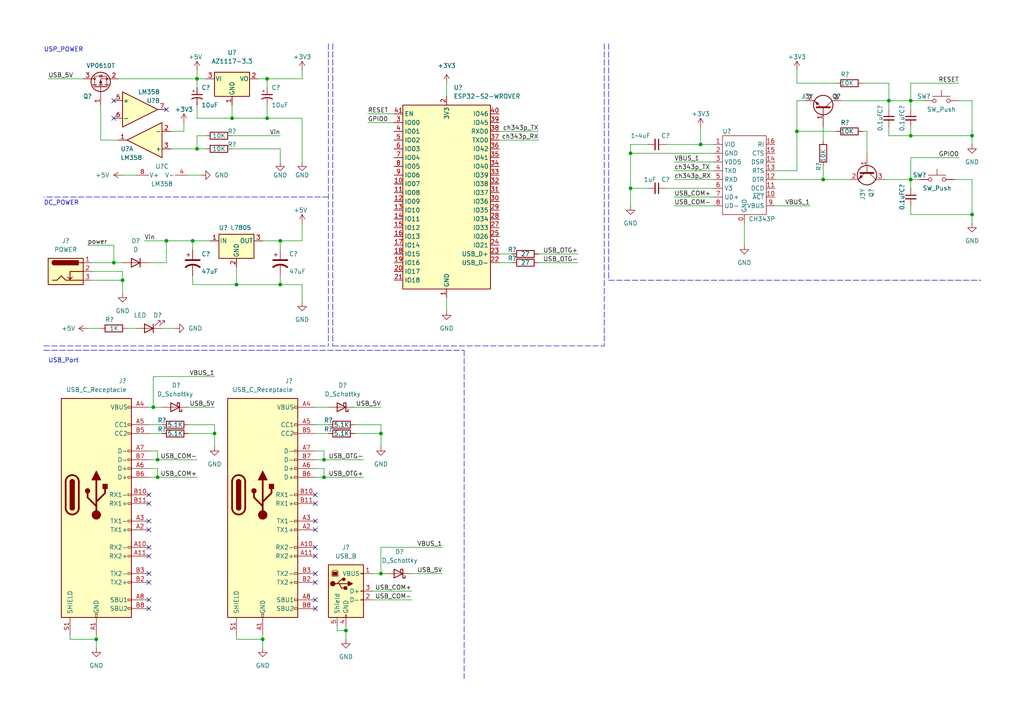
<source format=kicad_sch>
(kicad_sch (version 20211123) (generator eeschema)
  (paper "A4")
  (lib_symbols
    (symbol "Amplifier_Operational:LM358" (pin_names (offset 0.127))
      (property "Reference" "U" (at 0 5.08 0))
      (property "Value" "LM358" (at 0 -5.08 0))
      (symbol "LM358_1_1"
        (polyline (pts (xy -5.08 5.08) (xy 5.08 0) (xy -5.08 -5.08) (xy -5.08 5.08)) (stroke (width 0.254)) (fill (type background)))
        (pin output line (at 7.62 0 180) (length 2.54) (name "~") (number "1"))
        (pin input line (at -7.62 -2.54 0) (length 2.54) (name "-") (number "2"))
        (pin input line (at -7.62 2.54 0) (length 2.54) (name "+") (number "3"))
      )
      (symbol "LM358_2_1"
        (polyline (pts (xy -5.08 5.08) (xy 5.08 0) (xy -5.08 -5.08) (xy -5.08 5.08)) (stroke (width 0.254)) (fill (type background)))
        (pin input line (at -7.62 2.54 0) (length 2.54) (name "+") (number "5"))
        (pin input line (at -7.62 -2.54 0) (length 2.54) (name "-") (number "6"))
        (pin output line (at 7.62 0 180) (length 2.54) (name "~") (number "7"))
      )
      (symbol "LM358_3_1"
        (pin power_in line (at -2.54 -7.62 90) (length 3.81) (name "V-") (number "4"))
        (pin power_in line (at -2.54 7.62 270) (length 3.81) (name "V+") (number "8"))
      )
    )
    (symbol "CH343P_1"
      (property "Reference" "U" (at -5.08 12.7 0))
      (property "Value" "CH343P_1" (at 5.08 -12.7 0))
      (symbol "CH343P_1_0_1"
        (rectangle (start -6.35 11.43) (end 6.35 -11.43))
      )
      (symbol "CH343P_1_1_1"
        (pin input line (at 0 -13.97 90) (length 2.54) (name "GND") (number "0"))
        (pin input line (at -8.89 8.89 0) (length 2.54) (name "VIO") (number "1"))
        (pin input line (at 8.89 -6.35 180) (length 2.54) (name "~{ACT}") (number "10"))
        (pin input line (at 8.89 -3.81 180) (length 2.54) (name "DCD") (number "11"))
        (pin input line (at 8.89 -1.27 180) (length 2.54) (name "DTR") (number "12"))
        (pin input line (at 8.89 1.27 180) (length 2.54) (name "RTS") (number "13"))
        (pin input line (at 8.89 3.81 180) (length 2.54) (name "DSR") (number "14"))
        (pin input line (at 8.89 6.35 180) (length 2.54) (name "CTS") (number "15"))
        (pin input line (at 8.89 8.89 180) (length 2.54) (name "RI") (number "16"))
        (pin input line (at -8.89 6.35 0) (length 2.54) (name "GND") (number "2"))
        (pin input line (at -8.89 3.81 0) (length 2.54) (name "VDD5") (number "3"))
        (pin input line (at -8.89 1.27 0) (length 2.54) (name "TXD") (number "4"))
        (pin input line (at -8.89 -1.27 0) (length 2.54) (name "RXD") (number "5"))
        (pin input line (at -8.89 -3.81 0) (length 2.54) (name "V3") (number "6"))
        (pin input line (at -8.89 -6.35 0) (length 2.54) (name "UD+") (number "7"))
        (pin input line (at -8.89 -8.89 0) (length 2.54) (name "UD-") (number "8"))
        (pin input line (at 8.89 -8.89 180) (length 2.54) (name "VBUS") (number "9"))
      )
    )
    (symbol "Connector:Barrel_Jack_Switch_Pin3Ring" (pin_names hide)
      (property "Reference" "J" (at 0 5.334 0))
      (property "Value" "Barrel_Jack_Switch_Pin3Ring" (at 0 -5.08 0))
      (symbol "Barrel_Jack_Switch_Pin3Ring_0_1"
        (rectangle (start -5.08 3.81) (end 5.08 -3.81) (stroke (width 0.254)) (fill (type background)))
        (arc (start -3.302 3.175) (mid -3.937 2.54) (end -3.302 1.905) (stroke (width 0.254)))
        (arc (start -3.302 3.175) (mid -3.937 2.54) (end -3.302 1.905) (stroke (width 0.254)) (fill (type outline)))
        (polyline (pts (xy 1.27 -2.286) (xy 1.905 -1.651)) (stroke (width 0.254)))
        (polyline (pts (xy 5.08 2.54) (xy 3.81 2.54)) (stroke (width 0.254)))
        (polyline (pts (xy 5.08 0) (xy 1.27 0) (xy 1.27 -2.286) (xy 0.635 -1.651)) (stroke (width 0.254)))
        (polyline (pts (xy -3.81 -2.54) (xy -2.54 -2.54) (xy -1.27 -1.27) (xy 0 -2.54) (xy 2.54 -2.54) (xy 5.08 -2.54)) (stroke (width 0.254)))
        (rectangle (start 3.683 3.175) (end -3.302 1.905) (stroke (width 0.254)) (fill (type outline)))
      )
      (symbol "Barrel_Jack_Switch_Pin3Ring_1_1"
        (pin passive line (at 7.62 2.54 180) (length 2.54) (name "~") (number "1"))
        (pin passive line (at 7.62 0 180) (length 2.54) (name "~") (number "2"))
        (pin passive line (at 7.62 -2.54 180) (length 2.54) (name "~") (number "3"))
      )
    )
    (symbol "Connector:USB_B" (pin_names (offset 1.016))
      (property "Reference" "J" (at -5.08 11.43 0))
      (property "Value" "USB_B" (at -5.08 8.89 0))
      (symbol "USB_B_0_1"
        (rectangle (start -5.08 -7.62) (end 5.08 7.62) (stroke (width 0.254)) (fill (type background)))
        (circle (center -3.81 2.159) (radius 0.635) (stroke (width 0.254)) (fill (type outline)))
        (rectangle (start -3.81 5.588) (end -2.54 4.572) (fill (type outline)))
        (circle (center -0.635 3.429) (radius 0.381) (stroke (width 0.254)) (fill (type outline)))
        (rectangle (start -0.127 -7.62) (end 0.127 -6.858))
        (polyline (pts (xy -1.905 2.159) (xy 0.635 2.159)) (stroke (width 0.254)))
        (polyline (pts (xy -3.175 2.159) (xy -2.54 2.159) (xy -1.27 3.429) (xy -0.635 3.429)) (stroke (width 0.254)))
        (polyline (pts (xy -2.54 2.159) (xy -1.905 2.159) (xy -1.27 0.889) (xy 0 0.889)) (stroke (width 0.254)))
        (polyline (pts (xy 0.635 2.794) (xy 0.635 1.524) (xy 1.905 2.159) (xy 0.635 2.794)) (stroke (width 0.254)) (fill (type outline)))
        (polyline (pts (xy -4.064 4.318) (xy -2.286 4.318) (xy -2.286 5.715) (xy -2.667 6.096) (xy -3.683 6.096) (xy -4.064 5.715) (xy -4.064 4.318)))
        (rectangle (start 0.254 1.27) (end -0.508 0.508) (stroke (width 0.254)) (fill (type outline)))
        (rectangle (start 5.08 -2.667) (end 4.318 -2.413))
        (rectangle (start 5.08 -0.127) (end 4.318 0.127))
        (rectangle (start 5.08 4.953) (end 4.318 5.207))
      )
      (symbol "USB_B_1_1"
        (pin power_out line (at 7.62 5.08 180) (length 2.54) (name "VBUS") (number "1"))
        (pin bidirectional line (at 7.62 -2.54 180) (length 2.54) (name "D-") (number "2"))
        (pin bidirectional line (at 7.62 0 180) (length 2.54) (name "D+") (number "3"))
        (pin power_out line (at 0 -10.16 90) (length 2.54) (name "GND") (number "4"))
        (pin passive line (at -2.54 -10.16 90) (length 2.54) (name "Shield") (number "5"))
      )
    )
    (symbol "Connector:USB_C_Receptacle" (pin_names (offset 1.016))
      (property "Reference" "J" (at -10.16 29.21 0))
      (property "Value" "USB_C_Receptacle" (at 10.16 29.21 0))
      (symbol "USB_C_Receptacle_0_0"
        (rectangle (start -0.254 -35.56) (end 0.254 -34.544))
        (rectangle (start 10.16 -32.766) (end 9.144 -33.274))
        (rectangle (start 10.16 -30.226) (end 9.144 -30.734))
        (rectangle (start 10.16 -25.146) (end 9.144 -25.654))
        (rectangle (start 10.16 -22.606) (end 9.144 -23.114))
        (rectangle (start 10.16 -17.526) (end 9.144 -18.034))
        (rectangle (start 10.16 -14.986) (end 9.144 -15.494))
        (rectangle (start 10.16 -9.906) (end 9.144 -10.414))
        (rectangle (start 10.16 -7.366) (end 9.144 -7.874))
        (rectangle (start 10.16 -2.286) (end 9.144 -2.794))
        (rectangle (start 10.16 0.254) (end 9.144 -0.254))
        (rectangle (start 10.16 5.334) (end 9.144 4.826))
        (rectangle (start 10.16 7.874) (end 9.144 7.366))
        (rectangle (start 10.16 10.414) (end 9.144 9.906))
        (rectangle (start 10.16 12.954) (end 9.144 12.446))
        (rectangle (start 10.16 18.034) (end 9.144 17.526))
        (rectangle (start 10.16 20.574) (end 9.144 20.066))
        (rectangle (start 10.16 25.654) (end 9.144 25.146))
      )
      (symbol "USB_C_Receptacle_0_1"
        (rectangle (start -10.16 27.94) (end 10.16 -35.56) (stroke (width 0.254)) (fill (type background)))
        (arc (start -8.89 -3.81) (mid -6.985 -5.715) (end -5.08 -3.81) (stroke (width 0.508)))
        (arc (start -7.62 -3.81) (mid -6.985 -4.445) (end -6.35 -3.81) (stroke (width 0.254)))
        (arc (start -7.62 -3.81) (mid -6.985 -4.445) (end -6.35 -3.81) (stroke (width 0.254)) (fill (type outline)))
        (rectangle (start -7.62 -3.81) (end -6.35 3.81) (stroke (width 0.254)) (fill (type outline)))
        (arc (start -6.35 3.81) (mid -6.985 4.445) (end -7.62 3.81) (stroke (width 0.254)))
        (arc (start -6.35 3.81) (mid -6.985 4.445) (end -7.62 3.81) (stroke (width 0.254)) (fill (type outline)))
        (arc (start -5.08 3.81) (mid -6.985 5.715) (end -8.89 3.81) (stroke (width 0.508)))
        (polyline (pts (xy -8.89 -3.81) (xy -8.89 3.81)) (stroke (width 0.508)))
        (polyline (pts (xy -5.08 3.81) (xy -5.08 -3.81)) (stroke (width 0.508)))
      )
      (symbol "USB_C_Receptacle_1_1"
        (circle (center -2.54 1.143) (radius 0.635) (stroke (width 0.254)) (fill (type outline)))
        (circle (center 0 -5.842) (radius 1.27) (fill (type outline)))
        (polyline (pts (xy 0 -5.842) (xy 0 4.318)) (stroke (width 0.508)))
        (polyline (pts (xy 0 -3.302) (xy -2.54 -0.762) (xy -2.54 0.508)) (stroke (width 0.508)))
        (polyline (pts (xy 0 -2.032) (xy 2.54 0.508) (xy 2.54 1.778)) (stroke (width 0.508)))
        (polyline (pts (xy -1.27 4.318) (xy 0 6.858) (xy 1.27 4.318) (xy -1.27 4.318)) (stroke (width 0.254)) (fill (type outline)))
        (rectangle (start 1.905 1.778) (end 3.175 3.048) (stroke (width 0.254)) (fill (type outline)))
        (pin passive line (at 0 -40.64 90) (length 5.08) (name "GND") (number "A1"))
        (pin bidirectional line (at 15.24 -15.24 180) (length 5.08) (name "RX2-") (number "A10"))
        (pin bidirectional line (at 15.24 -17.78 180) (length 5.08) (name "RX2+") (number "A11"))
        (pin passive line (at 0 -40.64 90) (length 5.08) hide (name "GND") (number "A12"))
        (pin bidirectional line (at 15.24 -10.16 180) (length 5.08) (name "TX1+") (number "A2"))
        (pin bidirectional line (at 15.24 -7.62 180) (length 5.08) (name "TX1-") (number "A3"))
        (pin passive line (at 15.24 25.4 180) (length 5.08) (name "VBUS") (number "A4"))
        (pin bidirectional line (at 15.24 20.32 180) (length 5.08) (name "CC1") (number "A5"))
        (pin bidirectional line (at 15.24 7.62 180) (length 5.08) (name "D+") (number "A6"))
        (pin bidirectional line (at 15.24 12.7 180) (length 5.08) (name "D-") (number "A7"))
        (pin bidirectional line (at 15.24 -30.48 180) (length 5.08) (name "SBU1") (number "A8"))
        (pin passive line (at 15.24 25.4 180) (length 5.08) hide (name "VBUS") (number "A9"))
        (pin passive line (at 0 -40.64 90) (length 5.08) hide (name "GND") (number "B1"))
        (pin bidirectional line (at 15.24 0 180) (length 5.08) (name "RX1-") (number "B10"))
        (pin bidirectional line (at 15.24 -2.54 180) (length 5.08) (name "RX1+") (number "B11"))
        (pin passive line (at 0 -40.64 90) (length 5.08) hide (name "GND") (number "B12"))
        (pin bidirectional line (at 15.24 -25.4 180) (length 5.08) (name "TX2+") (number "B2"))
        (pin bidirectional line (at 15.24 -22.86 180) (length 5.08) (name "TX2-") (number "B3"))
        (pin passive line (at 15.24 25.4 180) (length 5.08) hide (name "VBUS") (number "B4"))
        (pin bidirectional line (at 15.24 17.78 180) (length 5.08) (name "CC2") (number "B5"))
        (pin bidirectional line (at 15.24 5.08 180) (length 5.08) (name "D+") (number "B6"))
        (pin bidirectional line (at 15.24 10.16 180) (length 5.08) (name "D-") (number "B7"))
        (pin bidirectional line (at 15.24 -33.02 180) (length 5.08) (name "SBU2") (number "B8"))
        (pin passive line (at 15.24 25.4 180) (length 5.08) hide (name "VBUS") (number "B9"))
        (pin passive line (at -7.62 -40.64 90) (length 5.08) (name "SHIELD") (number "S1"))
      )
    )
    (symbol "Device:C_Polarized_Small_US" (pin_numbers hide) (pin_names (offset 0.254) hide)
      (property "Reference" "C" (at 0.254 1.778 0))
      (property "Value" "C_Polarized_Small_US" (at 0.254 -2.032 0))
      (symbol "C_Polarized_Small_US_0_1"
        (polyline (pts (xy -1.524 0.508) (xy 1.524 0.508)) (stroke (width 0.3048)))
        (polyline (pts (xy -1.27 1.524) (xy -0.762 1.524)))
        (polyline (pts (xy -1.016 1.27) (xy -1.016 1.778)))
        (arc (start 1.524 -0.762) (mid 0 -0.3734) (end -1.524 -0.762) (stroke (width 0.3048)))
      )
      (symbol "C_Polarized_Small_US_1_1"
        (pin passive line (at 0 2.54 270) (length 2.032) (name "~") (number "1"))
        (pin passive line (at 0 -2.54 90) (length 2.032) (name "~") (number "2"))
      )
    )
    (symbol "Device:C_Polarized_US" (pin_numbers hide) (pin_names (offset 0.254) hide)
      (property "Reference" "C" (at 0.635 2.54 0))
      (property "Value" "C_Polarized_US" (at 0.635 -2.54 0))
      (symbol "C_Polarized_US_0_1"
        (polyline (pts (xy -2.032 0.762) (xy 2.032 0.762)) (stroke (width 0.508)))
        (polyline (pts (xy -1.778 2.286) (xy -0.762 2.286)))
        (polyline (pts (xy -1.27 1.778) (xy -1.27 2.794)))
        (arc (start 2.032 -1.27) (mid 0 -0.5572) (end -2.032 -1.27) (stroke (width 0.508)))
      )
      (symbol "C_Polarized_US_1_1"
        (pin passive line (at 0 3.81 270) (length 2.794) (name "~") (number "1"))
        (pin passive line (at 0 -3.81 90) (length 3.302) (name "~") (number "2"))
      )
    )
    (symbol "Device:C_Small" (pin_numbers hide) (pin_names (offset 0.254) hide)
      (property "Reference" "C" (at 0.254 1.778 0))
      (property "Value" "C_Small" (at 0.254 -2.032 0))
      (symbol "C_Small_0_1"
        (polyline (pts (xy -1.524 -0.508) (xy 1.524 -0.508)) (stroke (width 0.3302)))
        (polyline (pts (xy -1.524 0.508) (xy 1.524 0.508)) (stroke (width 0.3048)))
      )
      (symbol "C_Small_1_1"
        (pin passive line (at 0 2.54 270) (length 2.032) (name "~") (number "1"))
        (pin passive line (at 0 -2.54 90) (length 2.032) (name "~") (number "2"))
      )
    )
    (symbol "Device:D" (pin_numbers hide) (pin_names (offset 1.016) hide)
      (property "Reference" "D" (at 0 2.54 0))
      (property "Value" "D" (at 0 -2.54 0))
      (symbol "D_0_1"
        (polyline (pts (xy -1.27 1.27) (xy -1.27 -1.27)) (stroke (width 0.254)))
        (polyline (pts (xy 1.27 0) (xy -1.27 0)))
        (polyline (pts (xy 1.27 1.27) (xy 1.27 -1.27) (xy -1.27 0) (xy 1.27 1.27)) (stroke (width 0.254)))
      )
      (symbol "D_1_1"
        (pin passive line (at -3.81 0 0) (length 2.54) (name "K") (number "1"))
        (pin passive line (at 3.81 0 180) (length 2.54) (name "A") (number "2"))
      )
    )
    (symbol "Device:D_Schottky" (pin_numbers hide) (pin_names (offset 1.016) hide)
      (property "Reference" "D" (at 0 2.54 0))
      (property "Value" "D_Schottky" (at 0 -2.54 0))
      (symbol "D_Schottky_0_1"
        (polyline (pts (xy 1.27 0) (xy -1.27 0)))
        (polyline (pts (xy 1.27 1.27) (xy 1.27 -1.27) (xy -1.27 0) (xy 1.27 1.27)) (stroke (width 0.254)))
        (polyline (pts (xy -1.905 0.635) (xy -1.905 1.27) (xy -1.27 1.27) (xy -1.27 -1.27) (xy -0.635 -1.27) (xy -0.635 -0.635)) (stroke (width 0.254)))
      )
      (symbol "D_Schottky_1_1"
        (pin passive line (at -3.81 0 0) (length 2.54) (name "K") (number "1"))
        (pin passive line (at 3.81 0 180) (length 2.54) (name "A") (number "2"))
      )
    )
    (symbol "Device:LED" (pin_numbers hide) (pin_names (offset 1.016) hide)
      (property "Reference" "D" (at 0 2.54 0))
      (property "Value" "LED" (at 0 -2.54 0))
      (symbol "LED_0_1"
        (polyline (pts (xy -1.27 -1.27) (xy -1.27 1.27)) (stroke (width 0.254)))
        (polyline (pts (xy -1.27 0) (xy 1.27 0)))
        (polyline (pts (xy 1.27 -1.27) (xy 1.27 1.27) (xy -1.27 0) (xy 1.27 -1.27)) (stroke (width 0.254)))
        (polyline (pts (xy -3.048 -0.762) (xy -4.572 -2.286) (xy -3.81 -2.286) (xy -4.572 -2.286) (xy -4.572 -1.524)))
        (polyline (pts (xy -1.778 -0.762) (xy -3.302 -2.286) (xy -2.54 -2.286) (xy -3.302 -2.286) (xy -3.302 -1.524)))
      )
      (symbol "LED_1_1"
        (pin passive line (at -3.81 0 0) (length 2.54) (name "K") (number "1"))
        (pin passive line (at 3.81 0 180) (length 2.54) (name "A") (number "2"))
      )
    )
    (symbol "Device:Q_NPN_BEC" (pin_names (offset 0) hide)
      (property "Reference" "Q" (at 5.08 1.27 0))
      (property "Value" "Q_NPN_BEC" (at 5.08 -1.27 0))
      (symbol "Q_NPN_BEC_0_1"
        (polyline (pts (xy 0.635 0.635) (xy 2.54 2.54)))
        (polyline (pts (xy 0.635 -0.635) (xy 2.54 -2.54) (xy 2.54 -2.54)))
        (polyline (pts (xy 0.635 1.905) (xy 0.635 -1.905) (xy 0.635 -1.905)) (stroke (width 0.508)))
        (polyline (pts (xy 1.27 -1.778) (xy 1.778 -1.27) (xy 2.286 -2.286) (xy 1.27 -1.778) (xy 1.27 -1.778)) (fill (type outline)))
        (circle (center 1.27 0) (radius 2.8194) (stroke (width 0.254)))
      )
      (symbol "Q_NPN_BEC_1_1"
        (pin input line (at -5.08 0 0) (length 5.715) (name "B") (number "1"))
        (pin passive line (at 2.54 -5.08 90) (length 2.54) (name "E") (number "2"))
        (pin passive line (at 2.54 5.08 270) (length 2.54) (name "C") (number "3"))
      )
    )
    (symbol "Device:R" (pin_numbers hide) (pin_names (offset 0))
      (property "Reference" "R" (at 2.032 0 90))
      (property "Value" "R" (at 0 0 90))
      (symbol "R_0_1"
        (rectangle (start -1.016 -2.54) (end 1.016 2.54) (stroke (width 0.254)))
      )
      (symbol "R_1_1"
        (pin passive line (at 0 3.81 270) (length 1.27) (name "~") (number "1"))
        (pin passive line (at 0 -3.81 90) (length 1.27) (name "~") (number "2"))
      )
    )
    (symbol "Logic_LevelTranslator:TXB0108DQSR"
      (property "Reference" "U" (at -6.35 16.51 0))
      (property "Value" "TXB0108DQSR" (at 3.81 16.51 0))
      (symbol "TXB0108DQSR_0_1"
        (rectangle (start -7.62 15.24) (end 7.62 -15.24) (stroke (width 0.254)) (fill (type background)))
      )
      (symbol "TXB0108DQSR_1_1"
        (pin bidirectional line (at -10.16 7.62 0) (length 2.54) (name "A1") (number "1"))
        (pin bidirectional line (at -10.16 -10.16 0) (length 2.54) (name "A8") (number "10"))
        (pin bidirectional line (at 10.16 -10.16 180) (length 2.54) (name "B8") (number "11"))
        (pin bidirectional line (at 10.16 -7.62 180) (length 2.54) (name "B7") (number "12"))
        (pin bidirectional line (at 10.16 -5.08 180) (length 2.54) (name "B6") (number "13"))
        (pin bidirectional line (at 10.16 -2.54 180) (length 2.54) (name "B5") (number "14"))
        (pin power_in line (at 0 -17.78 90) (length 2.54) (name "GND") (number "15"))
        (pin power_in line (at 2.54 17.78 270) (length 2.54) (name "VCCB") (number "16"))
        (pin bidirectional line (at 10.16 0 180) (length 2.54) (name "B4") (number "17"))
        (pin bidirectional line (at 10.16 2.54 180) (length 2.54) (name "B3") (number "18"))
        (pin bidirectional line (at 10.16 5.08 180) (length 2.54) (name "B2") (number "19"))
        (pin bidirectional line (at -10.16 5.08 0) (length 2.54) (name "A2") (number "2"))
        (pin bidirectional line (at 10.16 7.62 180) (length 2.54) (name "B1") (number "20"))
        (pin bidirectional line (at -10.16 2.54 0) (length 2.54) (name "A3") (number "3"))
        (pin bidirectional line (at -10.16 0 0) (length 2.54) (name "A4") (number "4"))
        (pin power_in line (at -2.54 17.78 270) (length 2.54) (name "VCCA") (number "5"))
        (pin input line (at -10.16 10.16 0) (length 2.54) (name "OE") (number "6"))
        (pin bidirectional line (at -10.16 -2.54 0) (length 2.54) (name "A5") (number "7"))
        (pin bidirectional line (at -10.16 -5.08 0) (length 2.54) (name "A6") (number "8"))
        (pin bidirectional line (at -10.16 -7.62 0) (length 2.54) (name "A7") (number "9"))
      )
    )
    (symbol "RF_Module:ESP32-S2-WROVER"
      (property "Reference" "U" (at -12.7 29.21 0))
      (property "Value" "ESP32-S2-WROVER" (at 2.54 29.21 0))
      (symbol "ESP32-S2-WROVER_0_1"
        (rectangle (start -12.7 27.94) (end 12.7 -25.4) (stroke (width 0.254)) (fill (type background)))
      )
      (symbol "ESP32-S2-WROVER_1_1"
        (pin power_in line (at 0 -27.94 90) (length 2.54) (name "GND") (number "1"))
        (pin bidirectional line (at -15.24 5.08 0) (length 2.54) (name "IO07") (number "10"))
        (pin bidirectional line (at -15.24 2.54 0) (length 2.54) (name "IO08") (number "11"))
        (pin bidirectional line (at -15.24 0 0) (length 2.54) (name "IO09") (number "12"))
        (pin bidirectional line (at -15.24 -2.54 0) (length 2.54) (name "IO10") (number "13"))
        (pin bidirectional line (at -15.24 -5.08 0) (length 2.54) (name "IO11") (number "14"))
        (pin bidirectional line (at -15.24 -7.62 0) (length 2.54) (name "IO12") (number "15"))
        (pin bidirectional line (at -15.24 -10.16 0) (length 2.54) (name "IO13") (number "16"))
        (pin bidirectional line (at -15.24 -12.7 0) (length 2.54) (name "IO14") (number "17"))
        (pin bidirectional line (at -15.24 -15.24 0) (length 2.54) (name "IO15") (number "18"))
        (pin bidirectional line (at -15.24 -17.78 0) (length 2.54) (name "IO16") (number "19"))
        (pin power_in line (at 0 30.48 270) (length 2.54) (name "3V3") (number "2"))
        (pin bidirectional line (at -15.24 -20.32 0) (length 2.54) (name "IO17") (number "20"))
        (pin bidirectional line (at -15.24 -22.86 0) (length 2.54) (name "IO18") (number "21"))
        (pin bidirectional line (at 15.24 -17.78 180) (length 2.54) (name "USB_D-") (number "22"))
        (pin bidirectional line (at 15.24 -15.24 180) (length 2.54) (name "USB_D+") (number "23"))
        (pin bidirectional line (at 15.24 -12.7 180) (length 2.54) (name "IO21") (number "24"))
        (pin bidirectional line (at 15.24 -10.16 180) (length 2.54) (name "IO26") (number "25"))
        (pin passive line (at 0 -27.94 90) (length 2.54) hide (name "GND") (number "26"))
        (pin bidirectional line (at 15.24 -7.62 180) (length 2.54) (name "IO33") (number "27"))
        (pin bidirectional line (at 15.24 -5.08 180) (length 2.54) (name "IO34") (number "28"))
        (pin bidirectional line (at 15.24 -2.54 180) (length 2.54) (name "IO35") (number "29"))
        (pin bidirectional line (at -15.24 22.86 0) (length 2.54) (name "IO00") (number "3"))
        (pin bidirectional line (at 15.24 0 180) (length 2.54) (name "IO36") (number "30"))
        (pin bidirectional line (at 15.24 2.54 180) (length 2.54) (name "IO37") (number "31"))
        (pin bidirectional line (at 15.24 5.08 180) (length 2.54) (name "IO38") (number "32"))
        (pin bidirectional line (at 15.24 7.62 180) (length 2.54) (name "IO39") (number "33"))
        (pin bidirectional line (at 15.24 10.16 180) (length 2.54) (name "IO40") (number "34"))
        (pin bidirectional line (at 15.24 12.7 180) (length 2.54) (name "IO41") (number "35"))
        (pin bidirectional line (at 15.24 15.24 180) (length 2.54) (name "IO42") (number "36"))
        (pin bidirectional line (at 15.24 17.78 180) (length 2.54) (name "TXD0") (number "37"))
        (pin bidirectional line (at 15.24 20.32 180) (length 2.54) (name "RXD0") (number "38"))
        (pin bidirectional line (at 15.24 22.86 180) (length 2.54) (name "IO45") (number "39"))
        (pin bidirectional line (at -15.24 20.32 0) (length 2.54) (name "IO01") (number "4"))
        (pin input line (at 15.24 25.4 180) (length 2.54) (name "IO46") (number "40"))
        (pin input line (at -15.24 25.4 0) (length 2.54) (name "EN") (number "41"))
        (pin passive line (at 0 -27.94 90) (length 2.54) hide (name "GND") (number "42"))
        (pin passive line (at 0 -27.94 90) (length 2.54) hide (name "GND") (number "43"))
        (pin bidirectional line (at -15.24 17.78 0) (length 2.54) (name "IO02") (number "5"))
        (pin bidirectional line (at -15.24 15.24 0) (length 2.54) (name "IO03") (number "6"))
        (pin bidirectional line (at -15.24 12.7 0) (length 2.54) (name "IO04") (number "7"))
        (pin bidirectional line (at -15.24 10.16 0) (length 2.54) (name "IO05") (number "8"))
        (pin bidirectional line (at -15.24 7.62 0) (length 2.54) (name "IO06") (number "9"))
      )
    )
    (symbol "Regulator_Linear:AZ1117-3.3" (pin_names (offset 0.254))
      (property "Reference" "U" (at -3.81 3.175 0))
      (property "Value" "AZ1117-3.3" (at 0 3.175 0))
      (symbol "AZ1117-3.3_0_1"
        (rectangle (start -5.08 1.905) (end 5.08 -5.08) (stroke (width 0.254)) (fill (type background)))
      )
      (symbol "AZ1117-3.3_1_1"
        (pin power_in line (at 0 -7.62 90) (length 2.54) (name "GND") (number "1"))
        (pin power_out line (at 7.62 0 180) (length 2.54) (name "VO") (number "2"))
        (pin power_in line (at -7.62 0 0) (length 2.54) (name "VI") (number "3"))
      )
    )
    (symbol "Regulator_Linear:L7805" (pin_names (offset 0.254))
      (property "Reference" "U" (at -3.81 3.175 0))
      (property "Value" "L7805" (at 0 3.175 0))
      (symbol "L7805_0_1"
        (rectangle (start -5.08 1.905) (end 5.08 -5.08) (stroke (width 0.254)) (fill (type background)))
      )
      (symbol "L7805_1_1"
        (pin power_in line (at -7.62 0 0) (length 2.54) (name "IN") (number "1"))
        (pin power_in line (at 0 -7.62 90) (length 2.54) (name "GND") (number "2"))
        (pin power_out line (at 7.62 0 180) (length 2.54) (name "OUT") (number "3"))
      )
    )
    (symbol "Switch:SW_Push" (pin_numbers hide) (pin_names (offset 1.016) hide)
      (property "Reference" "SW" (at 1.27 2.54 0))
      (property "Value" "SW_Push" (at 0 -1.524 0))
      (symbol "SW_Push_0_1"
        (circle (center -2.032 0) (radius 0.508))
        (polyline (pts (xy 0 1.27) (xy 0 3.048)))
        (polyline (pts (xy 2.54 1.27) (xy -2.54 1.27)))
        (circle (center 2.032 0) (radius 0.508))
        (pin passive line (at -5.08 0 0) (length 2.54) (name "1") (number "1"))
        (pin passive line (at 5.08 0 180) (length 2.54) (name "2") (number "2"))
      )
    )
    (symbol "Transistor_FET:VP0610T" (pin_names hide)
      (property "Reference" "Q" (at 5.08 1.905 0))
      (property "Value" "VP0610T" (at 5.08 0 0))
      (symbol "VP0610T_0_1"
        (polyline (pts (xy 0.254 0) (xy -2.54 0)))
        (polyline (pts (xy 0.254 1.905) (xy 0.254 -1.905)) (stroke (width 0.254)))
        (polyline (pts (xy 0.762 -1.27) (xy 0.762 -2.286)) (stroke (width 0.254)))
        (polyline (pts (xy 0.762 0.508) (xy 0.762 -0.508)) (stroke (width 0.254)))
        (polyline (pts (xy 0.762 2.286) (xy 0.762 1.27)) (stroke (width 0.254)))
        (polyline (pts (xy 2.54 2.54) (xy 2.54 1.778)))
        (polyline (pts (xy 2.54 -2.54) (xy 2.54 0) (xy 0.762 0)))
        (polyline (pts (xy 0.762 1.778) (xy 3.302 1.778) (xy 3.302 -1.778) (xy 0.762 -1.778)))
        (polyline (pts (xy 2.286 0) (xy 1.27 0.381) (xy 1.27 -0.381) (xy 2.286 0)) (fill (type outline)))
        (polyline (pts (xy 2.794 -0.508) (xy 2.921 -0.381) (xy 3.683 -0.381) (xy 3.81 -0.254)))
        (polyline (pts (xy 3.302 -0.381) (xy 2.921 0.254) (xy 3.683 0.254) (xy 3.302 -0.381)))
        (circle (center 1.651 0) (radius 2.794) (stroke (width 0.254)))
        (circle (center 2.54 -1.778) (radius 0.254) (fill (type outline)))
        (circle (center 2.54 1.778) (radius 0.254) (fill (type outline)))
      )
      (symbol "VP0610T_1_1"
        (pin input line (at -5.08 0 0) (length 2.54) (name "G") (number "1"))
        (pin passive line (at 2.54 -5.08 90) (length 2.54) (name "S") (number "2"))
        (pin passive line (at 2.54 5.08 270) (length 2.54) (name "D") (number "3"))
      )
    )
    (symbol "power:+3.3V" (power) (pin_names (offset 0))
      (property "Value" "+3.3V" (at 0 3.556 0))
      (symbol "+3.3V_0_1"
        (polyline (pts (xy -0.762 1.27) (xy 0 2.54)))
        (polyline (pts (xy 0 0) (xy 0 2.54)))
        (polyline (pts (xy 0 2.54) (xy 0.762 1.27)))
      )
      (symbol "+3.3V_1_1"
        (pin power_in line (at 0 0 90) (length 0) hide (name "+3V3") (number "1"))
      )
    )
    (symbol "power:+5V" (power) (pin_names (offset 0))
      (property "Value" "+5V" (at 0 3.556 0))
      (symbol "+5V_0_1"
        (polyline (pts (xy -0.762 1.27) (xy 0 2.54)))
        (polyline (pts (xy 0 0) (xy 0 2.54)))
        (polyline (pts (xy 0 2.54) (xy 0.762 1.27)))
      )
      (symbol "+5V_1_1"
        (pin power_in line (at 0 0 90) (length 0) hide (name "+5V") (number "1"))
      )
    )
    (symbol "power:GND" (power) (pin_names (offset 0))
      (property "Value" "GND" (at 0 -3.81 0))
      (symbol "GND_0_1"
        (polyline (pts (xy 0 0) (xy 0 -1.27) (xy 1.27 -1.27) (xy 0 -2.54) (xy -1.27 -1.27) (xy 0 -1.27)))
      )
      (symbol "GND_1_1"
        (pin power_in line (at 0 0 270) (length 0) hide (name "GND") (number "1"))
      )
    )
  )
  (junction (at 27.94 185.42))
  (junction (at 76.2 185.42))
  (junction (at 55.88 69.85))
  (junction (at 44.45 118.11))
  (junction (at 35.56 81.28))
  (junction (at 110.49 166.37))
  (junction (at 238.76 52.07))
  (junction (at 182.88 44.45))
  (junction (at 231.14 38.1))
  (junction (at 81.28 82.55))
  (junction (at 281.94 62.23))
  (junction (at 62.23 125.73))
  (junction (at 77.47 34.29))
  (junction (at 57.15 22.86))
  (junction (at 203.2 41.91))
  (junction (at 77.47 22.86))
  (junction (at 264.16 52.07))
  (junction (at 67.31 34.29))
  (junction (at 110.49 125.73))
  (junction (at 33.02 76.2))
  (junction (at 257.81 29.21))
  (junction (at 45.72 138.43))
  (junction (at 48.26 69.85))
  (junction (at 100.33 182.88))
  (junction (at 93.98 138.43))
  (junction (at 264.16 29.21))
  (junction (at 57.15 43.18))
  (junction (at 281.94 39.37))
  (junction (at 68.58 82.55))
  (junction (at 182.88 54.61))
  (junction (at 81.28 69.85))
  (junction (at 93.98 133.35))
  (junction (at 45.72 133.35))
  (junction (at 264.16 39.37))
  (no_connect (at 91.44 173.99))
  (no_connect (at 43.18 143.51))
  (no_connect (at 91.44 166.37))
  (no_connect (at 43.18 161.29))
  (no_connect (at 91.44 161.29))
  (no_connect (at 43.18 168.91))
  (no_connect (at 48.26 31.75))
  (no_connect (at 43.18 176.53))
  (no_connect (at 43.18 173.99))
  (no_connect (at 91.44 153.67))
  (no_connect (at 91.44 176.53))
  (no_connect (at 43.18 151.13))
  (no_connect (at 91.44 143.51))
  (no_connect (at 91.44 168.91))
  (no_connect (at 91.44 151.13))
  (no_connect (at 91.44 146.05))
  (no_connect (at 33.02 29.21))
  (no_connect (at 43.18 153.67))
  (no_connect (at 33.02 34.29))
  (no_connect (at 43.18 146.05))
  (no_connect (at 43.18 166.37))
  (no_connect (at 91.44 158.75))
  (no_connect (at 43.18 158.75))
  (wire (pts (xy 76.2 69.85) (xy 81.28 69.85)))
  (wire (pts (xy 74.93 22.86) (xy 77.47 22.86)))
  (wire (pts (xy 35.56 50.8) (xy 39.37 50.8)))
  (wire (pts (xy 182.88 44.45) (xy 182.88 54.61)))
  (wire (pts (xy 238.76 36.83) (xy 238.76 40.64)))
  (wire (pts (xy 129.54 86.36) (xy 129.54 90.17)))
  (wire (pts (xy 119.38 173.99) (xy 107.95 173.99)))
  (polyline (pts (xy 96.52 12.7) (xy 96.52 100.33)))
  (wire (pts (xy 102.87 125.73) (xy 110.49 125.73)))
  (wire (pts (xy 91.44 130.81) (xy 93.98 130.81)))
  (wire (pts (xy 156.21 73.66) (xy 167.64 73.66)))
  (polyline (pts (xy 95.25 12.7) (xy 95.25 100.33)))
  (wire (pts (xy 25.4 71.12) (xy 33.02 71.12)))
  (wire (pts (xy 62.23 125.73) (xy 62.23 129.54)))
  (wire (pts (xy 144.78 76.2) (xy 148.59 76.2)))
  (wire (pts (xy 76.2 184.15) (xy 76.2 185.42)))
  (wire (pts (xy 45.72 133.35) (xy 57.15 133.35)))
  (wire (pts (xy 119.38 171.45) (xy 107.95 171.45)))
  (wire (pts (xy 281.94 52.07) (xy 281.94 62.23)))
  (wire (pts (xy 13.97 22.86) (xy 24.13 22.86)))
  (wire (pts (xy 41.91 69.85) (xy 48.26 69.85)))
  (wire (pts (xy 57.15 34.29) (xy 67.31 34.29)))
  (wire (pts (xy 93.98 130.81) (xy 93.98 133.35)))
  (wire (pts (xy 264.16 24.13) (xy 264.16 29.21)))
  (wire (pts (xy 102.87 118.11) (xy 110.49 118.11)))
  (wire (pts (xy 57.15 22.86) (xy 59.69 22.86)))
  (wire (pts (xy 46.99 95.25) (xy 50.8 95.25)))
  (wire (pts (xy 182.88 41.91) (xy 182.88 44.45)))
  (wire (pts (xy 68.58 184.15) (xy 68.58 185.42)))
  (wire (pts (xy 81.28 69.85) (xy 81.28 72.39)))
  (wire (pts (xy 106.68 33.02) (xy 114.3 33.02)))
  (wire (pts (xy 93.98 133.35) (xy 105.41 133.35)))
  (wire (pts (xy 264.16 29.21) (xy 267.97 29.21)))
  (wire (pts (xy 68.58 82.55) (xy 81.28 82.55)))
  (wire (pts (xy 35.56 78.74) (xy 35.56 81.28)))
  (polyline (pts (xy 134.62 101.6) (xy 134.62 196.85)))
  (wire (pts (xy 215.9 64.77) (xy 215.9 71.12)))
  (wire (pts (xy 264.16 52.07) (xy 266.7 52.07)))
  (wire (pts (xy 62.23 123.19) (xy 62.23 125.73)))
  (wire (pts (xy 55.88 80.01) (xy 55.88 82.55)))
  (wire (pts (xy 55.88 82.55) (xy 68.58 82.55)))
  (wire (pts (xy 93.98 138.43) (xy 105.41 138.43)))
  (wire (pts (xy 27.94 184.15) (xy 27.94 185.42)))
  (wire (pts (xy 264.16 39.37) (xy 281.94 39.37)))
  (wire (pts (xy 264.16 59.69) (xy 264.16 62.23)))
  (wire (pts (xy 195.58 59.69) (xy 207.01 59.69)))
  (wire (pts (xy 91.44 138.43) (xy 93.98 138.43)))
  (wire (pts (xy 34.29 22.86) (xy 57.15 22.86)))
  (polyline (pts (xy 175.26 12.7) (xy 175.26 100.33)))
  (wire (pts (xy 57.15 43.18) (xy 59.69 43.18)))
  (wire (pts (xy 91.44 125.73) (xy 95.25 125.73)))
  (wire (pts (xy 193.04 54.61) (xy 207.01 54.61)))
  (wire (pts (xy 20.32 185.42) (xy 27.94 185.42)))
  (wire (pts (xy 57.15 30.48) (xy 57.15 34.29)))
  (wire (pts (xy 68.58 185.42) (xy 76.2 185.42)))
  (polyline (pts (xy 176.53 81.28) (xy 284.48 81.28)))
  (wire (pts (xy 43.18 76.2) (xy 48.26 76.2)))
  (wire (pts (xy 156.21 38.1) (xy 144.78 38.1)))
  (wire (pts (xy 57.15 22.86) (xy 57.15 25.4)))
  (wire (pts (xy 57.15 20.32) (xy 57.15 22.86)))
  (wire (pts (xy 67.31 43.18) (xy 81.28 43.18)))
  (polyline (pts (xy 95.25 57.15) (xy 12.7 57.15)))
  (wire (pts (xy 54.61 125.73) (xy 62.23 125.73)))
  (wire (pts (xy 187.96 41.91) (xy 182.88 41.91)))
  (wire (pts (xy 54.61 50.8) (xy 58.42 50.8)))
  (wire (pts (xy 234.95 59.69) (xy 224.79 59.69)))
  (wire (pts (xy 238.76 48.26) (xy 238.76 52.07)))
  (wire (pts (xy 100.33 181.61) (xy 100.33 182.88)))
  (wire (pts (xy 110.49 125.73) (xy 110.49 129.54)))
  (wire (pts (xy 231.14 49.53) (xy 231.14 38.1)))
  (wire (pts (xy 43.18 138.43) (xy 45.72 138.43)))
  (wire (pts (xy 48.26 76.2) (xy 48.26 69.85)))
  (wire (pts (xy 54.61 123.19) (xy 62.23 123.19)))
  (wire (pts (xy 87.63 82.55) (xy 81.28 82.55)))
  (wire (pts (xy 54.61 118.11) (xy 62.23 118.11)))
  (wire (pts (xy 97.79 182.88) (xy 100.33 182.88)))
  (wire (pts (xy 110.49 158.75) (xy 110.49 166.37)))
  (wire (pts (xy 26.67 76.2) (xy 33.02 76.2)))
  (wire (pts (xy 182.88 44.45) (xy 207.01 44.45)))
  (wire (pts (xy 44.45 109.22) (xy 62.23 109.22)))
  (wire (pts (xy 231.14 38.1) (xy 231.14 29.21)))
  (wire (pts (xy 233.68 29.21) (xy 231.14 29.21)))
  (wire (pts (xy 67.31 39.37) (xy 81.28 39.37)))
  (wire (pts (xy 91.44 118.11) (xy 95.25 118.11)))
  (wire (pts (xy 224.79 52.07) (xy 238.76 52.07)))
  (wire (pts (xy 87.63 64.77) (xy 87.63 69.85)))
  (wire (pts (xy 102.87 123.19) (xy 110.49 123.19)))
  (wire (pts (xy 60.96 69.85) (xy 55.88 69.85)))
  (wire (pts (xy 257.81 29.21) (xy 257.81 31.75)))
  (wire (pts (xy 110.49 166.37) (xy 111.76 166.37)))
  (wire (pts (xy 264.16 36.83) (xy 264.16 39.37)))
  (wire (pts (xy 93.98 135.89) (xy 93.98 138.43)))
  (wire (pts (xy 87.63 87.63) (xy 87.63 82.55)))
  (wire (pts (xy 43.18 135.89) (xy 45.72 135.89)))
  (polyline (pts (xy 12.7 101.6) (xy 134.62 101.6)))
  (wire (pts (xy 250.19 24.13) (xy 257.81 24.13)))
  (wire (pts (xy 43.18 123.19) (xy 46.99 123.19)))
  (wire (pts (xy 256.54 52.07) (xy 264.16 52.07)))
  (wire (pts (xy 107.95 166.37) (xy 110.49 166.37)))
  (wire (pts (xy 110.49 123.19) (xy 110.49 125.73)))
  (wire (pts (xy 49.53 38.1) (xy 53.34 38.1)))
  (wire (pts (xy 87.63 20.32) (xy 87.63 22.86)))
  (wire (pts (xy 203.2 41.91) (xy 207.01 41.91)))
  (wire (pts (xy 29.21 40.64) (xy 34.29 40.64)))
  (wire (pts (xy 195.58 52.07) (xy 207.01 52.07)))
  (wire (pts (xy 26.67 78.74) (xy 35.56 78.74)))
  (wire (pts (xy 33.02 71.12) (xy 33.02 76.2)))
  (wire (pts (xy 67.31 34.29) (xy 77.47 34.29)))
  (wire (pts (xy 224.79 49.53) (xy 231.14 49.53)))
  (wire (pts (xy 231.14 24.13) (xy 242.57 24.13)))
  (wire (pts (xy 182.88 54.61) (xy 182.88 59.69)))
  (wire (pts (xy 20.32 184.15) (xy 20.32 185.42)))
  (wire (pts (xy 195.58 46.99) (xy 207.01 46.99)))
  (wire (pts (xy 57.15 39.37) (xy 57.15 43.18)))
  (wire (pts (xy 100.33 182.88) (xy 100.33 185.42)))
  (wire (pts (xy 44.45 118.11) (xy 46.99 118.11)))
  (wire (pts (xy 195.58 57.15) (xy 207.01 57.15)))
  (wire (pts (xy 264.16 45.72) (xy 264.16 52.07)))
  (wire (pts (xy 68.58 77.47) (xy 68.58 82.55)))
  (wire (pts (xy 87.63 34.29) (xy 77.47 34.29)))
  (wire (pts (xy 238.76 52.07) (xy 246.38 52.07)))
  (wire (pts (xy 91.44 135.89) (xy 93.98 135.89)))
  (wire (pts (xy 91.44 123.19) (xy 95.25 123.19)))
  (wire (pts (xy 250.19 38.1) (xy 251.46 38.1)))
  (polyline (pts (xy 12.7 100.33) (xy 95.25 100.33)))
  (wire (pts (xy 33.02 76.2) (xy 35.56 76.2)))
  (wire (pts (xy 203.2 36.83) (xy 203.2 41.91)))
  (wire (pts (xy 29.21 30.48) (xy 29.21 40.64)))
  (wire (pts (xy 281.94 62.23) (xy 281.94 64.77)))
  (wire (pts (xy 91.44 133.35) (xy 93.98 133.35)))
  (wire (pts (xy 27.94 185.42) (xy 27.94 187.96)))
  (wire (pts (xy 128.27 158.75) (xy 110.49 158.75)))
  (wire (pts (xy 257.81 36.83) (xy 257.81 39.37)))
  (wire (pts (xy 182.88 54.61) (xy 187.96 54.61)))
  (wire (pts (xy 26.67 81.28) (xy 35.56 81.28)))
  (wire (pts (xy 43.18 130.81) (xy 45.72 130.81)))
  (wire (pts (xy 53.34 38.1) (xy 53.34 35.56)))
  (wire (pts (xy 87.63 46.99) (xy 87.63 34.29)))
  (wire (pts (xy 43.18 133.35) (xy 45.72 133.35)))
  (wire (pts (xy 119.38 166.37) (xy 128.27 166.37)))
  (wire (pts (xy 129.54 24.13) (xy 129.54 27.94)))
  (wire (pts (xy 281.94 39.37) (xy 281.94 41.91)))
  (wire (pts (xy 36.83 95.25) (xy 39.37 95.25)))
  (wire (pts (xy 59.69 39.37) (xy 57.15 39.37)))
  (wire (pts (xy 144.78 73.66) (xy 148.59 73.66)))
  (wire (pts (xy 231.14 20.32) (xy 231.14 24.13)))
  (wire (pts (xy 195.58 49.53) (xy 207.01 49.53)))
  (wire (pts (xy 106.68 35.56) (xy 114.3 35.56)))
  (wire (pts (xy 35.56 81.28) (xy 35.56 85.09)))
  (wire (pts (xy 87.63 22.86) (xy 77.47 22.86)))
  (wire (pts (xy 251.46 38.1) (xy 251.46 44.45)))
  (wire (pts (xy 264.16 62.23) (xy 281.94 62.23)))
  (wire (pts (xy 242.57 38.1) (xy 231.14 38.1)))
  (wire (pts (xy 257.81 24.13) (xy 257.81 29.21)))
  (wire (pts (xy 281.94 29.21) (xy 281.94 39.37)))
  (wire (pts (xy 257.81 39.37) (xy 264.16 39.37)))
  (wire (pts (xy 43.18 118.11) (xy 44.45 118.11)))
  (wire (pts (xy 77.47 22.86) (xy 77.47 25.4)))
  (wire (pts (xy 55.88 69.85) (xy 55.88 72.39)))
  (wire (pts (xy 44.45 118.11) (xy 44.45 109.22)))
  (wire (pts (xy 257.81 29.21) (xy 264.16 29.21)))
  (wire (pts (xy 45.72 130.81) (xy 45.72 133.35)))
  (wire (pts (xy 25.4 95.25) (xy 29.21 95.25)))
  (polyline (pts (xy 176.53 12.7) (xy 176.53 81.28)))
  (wire (pts (xy 264.16 29.21) (xy 264.16 31.75)))
  (polyline (pts (xy 96.52 100.33) (xy 175.26 100.33)))
  (wire (pts (xy 97.79 181.61) (xy 97.79 182.88)))
  (wire (pts (xy 77.47 34.29) (xy 77.47 30.48)))
  (wire (pts (xy 156.21 40.64) (xy 144.78 40.64)))
  (wire (pts (xy 49.53 43.18) (xy 57.15 43.18)))
  (wire (pts (xy 243.84 29.21) (xy 257.81 29.21)))
  (wire (pts (xy 193.04 41.91) (xy 203.2 41.91)))
  (wire (pts (xy 81.28 82.55) (xy 81.28 80.01)))
  (wire (pts (xy 264.16 52.07) (xy 264.16 54.61)))
  (wire (pts (xy 278.13 45.72) (xy 264.16 45.72)))
  (wire (pts (xy 67.31 30.48) (xy 67.31 34.29)))
  (wire (pts (xy 81.28 69.85) (xy 87.63 69.85)))
  (wire (pts (xy 81.28 43.18) (xy 81.28 46.99)))
  (wire (pts (xy 76.2 185.42) (xy 76.2 187.96)))
  (wire (pts (xy 45.72 138.43) (xy 57.15 138.43)))
  (wire (pts (xy 48.26 69.85) (xy 55.88 69.85)))
  (wire (pts (xy 156.21 76.2) (xy 167.64 76.2)))
  (wire (pts (xy 276.86 52.07) (xy 281.94 52.07)))
  (wire (pts (xy 278.13 29.21) (xy 281.94 29.21)))
  (wire (pts (xy 43.18 125.73) (xy 46.99 125.73)))
  (wire (pts (xy 45.72 135.89) (xy 45.72 138.43)))
  (wire (pts (xy 278.13 24.13) (xy 264.16 24.13)))
  (text "전원부" (at 35.56 85.09 0) (effects (font (size 1.27 1.27)) (justify left bottom)))
  (text "USB_Port" (at 13.97 105.41 0) (effects (font (size 1.27 1.27)) (justify left bottom)))
  (text "DC_POWER" (at 12.7 59.69 0) (effects (font (size 1.27 1.27)) (justify left bottom)))
  (text "USP_POWER" (at 12.7 15.24 0) (effects (font (size 1.27 1.27)) (justify left bottom)))
  (label "power" (at 25.4 71.12 0))
  (label "USB_5V" (at 128.27 166.37 180))
  (label "VBUS_1" (at 195.58 46.99 0))
  (label "RESET" (at 278.13 24.13 180))
  (label "ch343p_TX" (at 156.21 38.1 180))
  (label "GPIO0" (at 106.68 35.56 0))
  (label "USB_OTG-" (at 167.64 76.2 180))
  (label "VBUS_1" (at 128.27 158.75 180))
  (label "ch343p_RX" (at 195.58 52.07 0))
  (label "USB_COM-" (at 57.15 133.35 180))
  (label "ch343p_RX" (at 156.21 40.64 180))
  (label "USB_OTG-" (at 105.41 133.35 180))
  (label "USB_5V" (at 13.97 22.86 0))
  (label "USB_COM+" (at 57.15 138.43 180))
  (label "USB_COM-" (at 195.58 59.69 0))
  (label "USB_COM-" (at 119.38 173.99 180))
  (label "ch343p_TX" (at 195.58 49.53 0))
  (label "USB_5V" (at 110.49 118.11 180))
  (label "USB_OTG+" (at 167.64 73.66 180))
  (label "USB_COM+" (at 195.58 57.15 0))
  (label "Vin" (at 81.28 39.37 180))
  (label "VBUS_1" (at 62.23 109.22 180))
  (label "Vin" (at 41.91 69.85 0))
  (label "RESET" (at 106.68 33.02 0))
  (label "VBUS_1" (at 234.95 59.69 180))
  (label "USB_COM+" (at 119.38 171.45 180))
  (label "GPIO0" (at 278.13 45.72 180))
  (label "USB_5V" (at 62.23 118.11 180))
  (label "USB_OTG+" (at 105.41 138.43 180))
  (symbol (lib_id "power:GND") (at 182.88 59.69 0) (unit 1)
    (property "Reference" "#PWR?" (effects hide))
    (property "Value" "GND" (at 182.88 64.77 0))
  )
  (symbol (lib_id "power:GND") (at 58.42 50.8 90) (unit 1)
    (property "Reference" "#PWR?" (effects hide))
    (property "Value" "GND" (at 62.23 50.7999 90) (effects (justify right)))
  )
  (symbol (lib_id "power:+5V") (at 25.4 95.25 90) (unit 1)
    (property "Reference" "#PWR?" (effects hide))
    (property "Value" "+5V" (at 17.78 95.25 90) (effects (justify right)))
  )
  (symbol (lib_id "Device:D_Schottky") (at 115.57 166.37 180) (unit 1)
    (property "Reference" "D?" (at 115.8875 160.02 0))
    (property "Value" "D_Schottky" (at 115.8875 162.56 0))
  )
  (symbol (lib_id "power:GND") (at 100.33 185.42 0) (unit 1)
    (property "Reference" "#PWR?" (effects hide))
    (property "Value" "GND" (at 100.33 190.5 0))
  )
  (symbol (lib_id "Device:C_Small") (at 264.16 34.29 0) (unit 1)
    (property "Reference" "C?" (at 261.62 33.02 90) (effects (justify left)))
    (property "Value" "0.1uF" (at 261.62 38.1 90) (effects (justify left)))
  )
  (symbol (lib_id "Device:D_Schottky") (at 50.8 118.11 180) (unit 1)
    (property "Reference" "D?" (at 51.1175 111.76 0))
    (property "Value" "D_Schottky" (at 50.8 114.3 0))
  )
  (symbol (lib_id "power:+3.3V") (at 231.14 20.32 0) (unit 1)
    (property "Reference" "#PWR?" (effects hide))
    (property "Value" "+3.3V" (at 231.14 16.51 0))
  )
  (symbol (lib_id "RF_Module:ESP32-S2-WROVER") (at 129.54 58.42 0) (unit 1)
    (property "Reference" "U?" (at 131.5594 25.4 0) (effects (justify left)))
    (property "Value" "ESP32-S2-WROVER" (at 131.5594 27.94 0) (effects (justify left)))
    (property "Footprint" "RF_Module:ESP32-S2-WROVER" (effects hide))
    (property "Datasheet" "https://www.espressif.com/sites/default/files/documentation/esp32-s2-wroom_esp32-s2-wroom-i_datasheet_en.pdf" (effects hide))
  )
  (symbol (lib_id "Device:LED") (at 43.18 95.25 180) (unit 1)
    (property "Reference" "D?" (at 45.72 91.44 0))
    (property "Value" "LED" (at 40.64 91.44 0))
    (property "Footprint" "LED_SMD:LED_0603_1608Metric" (effects hide))
  )
  (symbol (lib_id "Device:R") (at 238.76 44.45 0) (unit 1)
    (property "Reference" "R?" (at 237.49 46.99 90) (effects (justify right)))
    (property "Value" "10K" (at 238.76 43.18 90) (effects (justify right)))
    (property "Footprint" "Resistor_SMD:R_0603_1608Metric_Pad0.98x0.95mm_HandSolder" (effects hide))
  )
  (symbol (lib_id "Switch:SW_Push") (at 271.78 52.07 0) (unit 1)
    (property "Reference" "SW?" (at 266.7 50.8 0))
    (property "Value" "SW_Push" (at 271.78 54.61 0))
  )
  (symbol (lib_id "Device:R") (at 246.38 38.1 270) (unit 1)
    (property "Reference" "R?" (at 246.38 35.56 90) (effects (justify right)))
    (property "Value" "10K" (at 247.65 38.1 90) (effects (justify right)))
    (property "Footprint" "Resistor_SMD:R_0603_1608Metric_Pad0.98x0.95mm_HandSolder" (effects hide))
  )
  (symbol (lib_id "power:GND") (at 87.63 46.99 0) (unit 1)
    (property "Reference" "#PWR?" (effects hide))
    (property "Value" "GND" (at 87.63 50.8 0))
  )
  (symbol (lib_id "Logic_LevelTranslator:TXB0108DQSR") (at 373.38 128.27 0) (unit 1)
    (property "Reference" "U?" (at 375.3994 146.05 0) (effects (justify left)))
    (property "Value" "TXB0108DQSR" (at 375.3994 148.59 0) (effects (justify left)))
    (property "Footprint" "Package_SON:USON-20_2x4mm_P0.4mm" (effects hide))
    (property "Datasheet" "http://www.ti.com/lit/ds/symlink/txb0108.pdf" (effects hide))
  )
  (symbol (lib_id "Device:C_Small") (at 190.5 41.91 270) (unit 1)
    (property "Reference" "C?" (at 191.77 39.37 90) (effects (justify left)))
    (property "Value" "1~4uF" (at 182.88 39.37 90) (effects (justify left)))
  )
  (symbol (lib_id "Device:R") (at 33.02 95.25 270) (unit 1)
    (property "Reference" "R?" (at 30.48 92.71 90) (effects (justify left)))
    (property "Value" "1K" (at 31.75 95.25 90) (effects (justify left)))
    (property "Footprint" "Resistor_SMD:R_0603_1608Metric_Pad0.98x0.95mm_HandSolder" (effects hide))
  )
  (symbol (lib_id "Device:C_Polarized_Small_US") (at 77.47 27.94 0) (unit 1)
    (property "Reference" "C?" (at 78.74 25.4 0) (effects (justify left)))
    (property "Value" "10uF" (at 78.74 30.48 0) (effects (justify left)))
    (property "Footprint" "Capacitor_SMD:C_1206_3216Metric_Pad1.33x1.80mm_HandSolder" (effects hide))
  )
  (symbol (lib_id "Device:R") (at 99.06 123.19 90) (unit 1)
    (property "Reference" "R?" (at 95.25 121.92 90))
    (property "Value" "5.1K" (at 99.06 123.19 90))
    (property "Footprint" "Resistor_SMD:R_0603_1608Metric_Pad0.98x0.95mm_HandSolder" (effects hide))
  )
  (symbol (lib_id "power:GND") (at 62.23 129.54 0) (unit 1)
    (property "Reference" "#PWR?" (effects hide))
    (property "Value" "GND" (at 62.23 134.62 0))
  )
  (symbol (lib_id "power:GND") (at 110.49 129.54 0) (unit 1)
    (property "Reference" "#PWR?" (effects hide))
    (property "Value" "GND" (at 110.49 134.62 0))
  )
  (symbol (lib_id "power:+5V") (at 87.63 64.77 0) (unit 1)
    (property "Reference" "#PWR?" (effects hide))
    (property "Value" "+5V" (at 85.09 60.96 0) (effects (justify left)))
  )
  (symbol (lib_id "power:GND") (at 50.8 95.25 90) (unit 1)
    (property "Reference" "#PWR?" (effects hide))
    (property "Value" "GND" (at 54.61 95.2499 90) (effects (justify right)))
  )
  (symbol (lib_id "power:+3.3V") (at 87.63 20.32 0) (unit 1)
    (property "Reference" "#PWR?" (effects hide))
    (property "Value" "+3.3V" (at 87.63 16.51 0))
  )
  (symbol (lib_id "power:GND") (at 215.9 71.12 0) (unit 1)
    (property "Reference" "#PWR?" (effects hide))
    (property "Value" "GND" (at 215.9 76.2 0))
  )
  (symbol (lib_id "Device:R") (at 152.4 73.66 270) (unit 1)
    (property "Reference" "R?" (at 149.86 72.39 90) (effects (justify right)))
    (property "Value" "27" (at 153.67 73.66 90) (effects (justify right)))
    (property "Footprint" "Resistor_SMD:R_0603_1608Metric_Pad0.98x0.95mm_HandSolder" (effects hide))
  )
  (symbol (lib_id "Device:R") (at 246.38 24.13 270) (unit 1)
    (property "Reference" "R?" (at 246.38 21.59 90) (effects (justify right)))
    (property "Value" "10K" (at 247.65 24.13 90) (effects (justify right)))
    (property "Footprint" "Resistor_SMD:R_0603_1608Metric_Pad0.98x0.95mm_HandSolder" (effects hide))
  )
  (symbol (lib_id "Connector:USB_B") (at 100.33 171.45 0) (unit 1)
    (property "Reference" "J?" (at 100.33 158.75 0))
    (property "Value" "USB_B" (at 100.33 161.29 0))
    (property "Datasheet" " ~" (effects hide))
  )
  (symbol (lib_id "power:+3.3V") (at 129.54 24.13 0) (unit 1)
    (property "Reference" "#PWR?" (effects hide))
    (property "Value" "+3.3V" (at 129.54 19.05 0))
  )
  (symbol (lib_id "power:GND") (at 76.2 187.96 0) (unit 1)
    (property "Reference" "#PWR?" (effects hide))
    (property "Value" "GND" (at 76.2 193.04 0))
  )
  (symbol (lib_id "Regulator_Linear:AZ1117-3.3") (at 67.31 22.86 0) (unit 1)
    (property "Reference" "U?" (at 67.31 15.24 0))
    (property "Value" "AZ1117-3.3" (at 67.31 17.78 0))
    (property "Footprint" "Package_TO_SOT_SMD:SOT-223-3_TabPin2" (effects hide))
    (property "Datasheet" "https://www.diodes.com/assets/Datasheets/AZ1117.pdf" (effects hide))
  )
  (symbol (lib_id "Device:D") (at 39.37 76.2 180) (unit 1)
    (property "Reference" "D?" (at 39.37 69.85 0))
    (property "Value" "D" (at 39.37 72.39 0))
    (property "Footprint" "Diode_SMD:D_MELF" (effects hide))
  )
  (symbol (lib_id "power:+5V") (at 57.15 20.32 0) (unit 1)
    (property "Reference" "#PWR?" (effects hide))
    (property "Value" "+5V" (at 54.61 16.51 0) (effects (justify left)))
  )
  (symbol (lib_id "Connector:USB_C_Receptacle") (at 27.94 143.51 0) (unit 1)
    (property "Reference" "J?" (at 35.56 110.49 0))
    (property "Value" "USB_C_Receptacle" (at 27.94 113.03 0))
    (property "Footprint" "Connector_USB:USB_C_Receptacle_Amphenol_12401610E4-2A" (effects hide))
    (property "Datasheet" "https://www.usb.org/sites/default/files/documents/usb_type-c.zip" (effects hide))
  )
  (symbol (lib_id "power:+5V") (at 35.56 50.8 90) (unit 1)
    (property "Reference" "#PWR?" (effects hide))
    (property "Value" "+5V" (at 31.75 50.7999 90) (effects (justify left)))
  )
  (symbol (lib_id "Device:Q_NPN_BEC") (at 238.76 31.75 270) (mirror x) (unit 1)
    (property "Reference" "Q?" (at 241.3 27.94 90) (effects (justify left)))
    (property "Value" "J3Y" (at 232.41 27.94 90) (effects (justify left)))
  )
  (symbol (lib_id "Amplifier_Operational:LM358") (at 40.64 31.75 0) (unit 2)
    (property "Reference" "U?" (at 44.45 29.21 0))
    (property "Value" "LM358" (at 43.18 26.67 0))
    (property "Footprint" "Package_SO:SOIC-8_3.9x4.9mm_P1.27mm" (effects hide))
    (property "Datasheet" "http://www.ti.com/lit/ds/symlink/lm2904-n.pdf" (effects hide))
  )
  (symbol (lib_id "Regulator_Linear:L7805") (at 68.58 69.85 0) (unit 1)
    (property "Reference" "U?" (at 64.77 66.04 0))
    (property "Value" "L7805" (at 69.85 66.04 0))
    (property "Footprint" "Package_TO_SOT_SMD:TO-252-2" (effects hide))
    (property "Datasheet" "http://www.st.com/content/ccc/resource/technical/document/datasheet/41/4f/b3/b0/12/d4/47/88/CD00000444.pdf/files/CD00000444.pdf/jcr:content/translations/en.CD00000444.pdf" (effects hide))
  )
  (symbol (lib_id "Device:R") (at 152.4 76.2 270) (unit 1)
    (property "Reference" "R?" (at 149.86 74.93 90) (effects (justify right)))
    (property "Value" "27" (at 153.67 76.2 90) (effects (justify right)))
    (property "Footprint" "Resistor_SMD:R_0603_1608Metric_Pad0.98x0.95mm_HandSolder" (effects hide))
  )
  (symbol (lib_id "Device:D_Schottky") (at 99.06 118.11 180) (unit 1)
    (property "Reference" "D?" (at 99.3775 111.76 0))
    (property "Value" "D_Schottky" (at 99.3775 114.3 0))
  )
  (symbol (lib_id "power:GND") (at 81.28 46.99 0) (unit 1)
    (property "Reference" "#PWR?" (effects hide))
    (property "Value" "GND" (at 81.28 50.8 0))
  )
  (symbol (lib_id "Amplifier_Operational:LM358") (at 41.91 40.64 180) (unit 1)
    (property "Reference" "U?" (at 36.83 43.18 0))
    (property "Value" "LM358" (at 38.1 45.72 0))
    (property "Footprint" "Package_SO:SOIC-8_3.9x4.9mm_P1.27mm" (effects hide))
    (property "Datasheet" "http://www.ti.com/lit/ds/symlink/lm2904-n.pdf" (effects hide))
  )
  (symbol (lib_id "power:GND") (at 35.56 85.09 0) (unit 1)
    (property "Reference" "#PWR?" (effects hide))
    (property "Value" "GND" (at 35.56 90.17 0))
  )
  (symbol (lib_id "Device:Q_NPN_BEC") (at 251.46 49.53 270) (unit 1)
    (property "Reference" "Q?" (at 252.73 54.61 0) (effects (justify left)))
    (property "Value" "J3Y" (at 250.19 54.61 0) (effects (justify left)))
  )
  (symbol (lib_id "Device:C_Small") (at 190.5 54.61 270) (unit 1)
    (property "Reference" "C?" (at 191.77 52.07 90) (effects (justify left)))
    (property "Value" "1uF" (at 186.69 52.07 90) (effects (justify left)))
  )
  (symbol (lib_id "Connector:USB_C_Receptacle") (at 76.2 143.51 0) (unit 1)
    (property "Reference" "J?" (at 83.82 110.49 0))
    (property "Value" "USB_C_Receptacle" (at 76.2 113.03 0))
    (property "Footprint" "Connector_USB:USB_C_Receptacle_Amphenol_12401610E4-2A" (effects hide))
    (property "Datasheet" "https://www.usb.org/sites/default/files/documents/usb_type-c.zip" (effects hide))
  )
  (symbol (lib_id "Device:R") (at 50.8 125.73 90) (unit 1)
    (property "Reference" "R?" (at 46.99 124.46 90))
    (property "Value" "5.1K" (at 50.8 125.73 90))
    (property "Footprint" "Resistor_SMD:R_0603_1608Metric_Pad0.98x0.95mm_HandSolder" (effects hide))
  )
  (symbol (lib_id "Device:C_Small") (at 257.81 34.29 0) (unit 1)
    (property "Reference" "C?" (at 255.27 33.02 90) (effects (justify left)))
    (property "Value" "0.1uF" (at 255.27 38.1 90) (effects (justify left)))
  )
  (symbol (lib_id "power:GND") (at 281.94 64.77 0) (unit 1)
    (property "Reference" "#PWR?" (effects hide))
    (property "Value" "GND" (at 281.94 69.85 0))
  )
  (symbol (lib_id "Device:C_Polarized_US") (at 81.28 76.2 0) (unit 1)
    (property "Reference" "C?" (at 83.82 73.66 0) (effects (justify left)))
    (property "Value" "47uF" (at 83.82 78.74 0) (effects (justify left)))
    (property "Footprint" "Capacitor_SMD:CP_Elec_6.3x5.7" (effects hide))
  )
  (symbol (lib_id "Device:R") (at 99.06 125.73 90) (unit 1)
    (property "Reference" "R?" (at 95.25 124.46 90))
    (property "Value" "5.1K" (at 99.06 125.73 90))
    (property "Footprint" "Resistor_SMD:R_0603_1608Metric_Pad0.98x0.95mm_HandSolder" (effects hide))
  )
  (symbol (lib_id "Device:R") (at 50.8 123.19 90) (unit 1)
    (property "Reference" "R?" (at 46.99 121.92 90))
    (property "Value" "5.1K" (at 50.8 123.19 90))
    (property "Footprint" "Resistor_SMD:R_0603_1608Metric_Pad0.98x0.95mm_HandSolder" (effects hide))
  )
  (symbol (lib_name "CH343P_1") (lib_id "CH343p:CH343P") (at 215.9 50.8 0) (unit 1)
    (property "Reference" "U?" (at 210.82 38.1 0))
    (property "Value" "CH343P" (at 220.98 63.5 0))
  )
  (symbol (lib_id "Connector:Barrel_Jack_Switch_Pin3Ring") (at 19.05 78.74 0) (unit 1)
    (property "Reference" "J?" (at 19.05 69.85 0))
    (property "Value" "POWER" (at 19.05 72.39 0))
    (property "Footprint" "Connector_BarrelJack:BarrelJack_Horizontal" (effects hide))
  )
  (symbol (lib_id "Device:R") (at 63.5 43.18 270) (unit 1)
    (property "Reference" "R?" (at 67.31 41.91 90))
    (property "Value" "10K" (at 63.5 43.18 90))
    (property "Footprint" "Resistor_SMD:R_0805_2012Metric_Pad1.20x1.40mm_HandSolder" (effects hide))
  )
  (symbol (lib_id "power:GND") (at 87.63 87.63 0) (unit 1)
    (property "Reference" "#PWR?" (effects hide))
    (property "Value" "GND" (at 87.63 92.71 0))
  )
  (symbol (lib_id "Device:C_Polarized_Small_US") (at 57.15 27.94 0) (unit 1)
    (property "Reference" "C?" (at 58.42 25.4 0) (effects (justify left)))
    (property "Value" "10uF" (at 58.42 30.48 0) (effects (justify left)))
    (property "Footprint" "Capacitor_SMD:C_1206_3216Metric_Pad1.33x1.80mm_HandSolder" (effects hide))
  )
  (symbol (lib_id "Logic_LevelTranslator:TXB0108DQSR") (at 321.31 140.97 0) (unit 1)
    (property "Reference" "U?" (at 323.3294 158.75 0) (effects (justify left)))
    (property "Value" "TXB0108DQSR" (at 323.3294 161.29 0) (effects (justify left)))
    (property "Footprint" "Package_SON:USON-20_2x4mm_P0.4mm" (effects hide))
    (property "Datasheet" "http://www.ti.com/lit/ds/symlink/txb0108.pdf" (effects hide))
  )
  (symbol (lib_id "power:GND") (at 27.94 187.96 0) (unit 1)
    (property "Reference" "#PWR?" (effects hide))
    (property "Value" "GND" (at 27.94 193.04 0))
  )
  (symbol (lib_id "Device:C_Small") (at 264.16 57.15 0) (unit 1)
    (property "Reference" "C?" (at 261.62 55.88 90) (effects (justify left)))
    (property "Value" "0.1uF" (at 261.62 60.96 90) (effects (justify left)))
  )
  (symbol (lib_id "Device:R") (at 63.5 39.37 270) (unit 1)
    (property "Reference" "R?" (at 67.31 38.1 90))
    (property "Value" "10K" (at 63.5 39.37 90))
    (property "Footprint" "Resistor_SMD:R_0805_2012Metric_Pad1.20x1.40mm_HandSolder" (effects hide))
  )
  (symbol (lib_id "Transistor_FET:VP0610T") (at 29.21 25.4 90) (unit 1)
    (property "Reference" "Q?" (at 25.4 27.94 90))
    (property "Value" "VP0610T" (at 29.21 19.05 90))
    (property "Footprint" "MOSFET1:MOSFET1" (effects hide))
    (property "Datasheet" "http://www.vishay.com/docs/70209/70209.pdf" (effects hide))
  )
  (symbol (lib_id "power:GND") (at 281.94 41.91 0) (unit 1)
    (property "Reference" "#PWR?" (effects hide))
    (property "Value" "GND" (at 281.94 46.99 0))
  )
  (symbol (lib_id "Switch:SW_Push") (at 273.05 29.21 0) (unit 1)
    (property "Reference" "SW?" (at 267.97 27.94 0))
    (property "Value" "SW_Push" (at 273.05 31.75 0))
  )
  (symbol (lib_id "power:GND") (at 129.54 90.17 0) (unit 1)
    (property "Reference" "#PWR?" (effects hide))
    (property "Value" "GND" (at 129.54 95.25 0))
  )
  (symbol (lib_id "Amplifier_Operational:LM358") (at 46.99 48.26 90) (unit 3)
    (property "Reference" "U?" (at 46.99 48.26 90))
    (property "Value" "LM358" (at 46.99 53.34 90))
    (property "Footprint" "Package_SO:SOIC-8_3.9x4.9mm_P1.27mm" (effects hide))
    (property "Datasheet" "http://www.ti.com/lit/ds/symlink/lm2904-n.pdf" (effects hide))
  )
  (symbol (lib_id "Device:C_Polarized_US") (at 55.88 76.2 0) (unit 1)
    (property "Reference" "C?" (at 58.42 73.66 0) (effects (justify left)))
    (property "Value" "47uF" (at 58.42 78.74 0) (effects (justify left)))
    (property "Footprint" "Capacitor_SMD:CP_Elec_6.3x5.7" (effects hide))
  )
  (symbol (lib_id "power:+3.3V") (at 53.34 35.56 0) (unit 1)
    (property "Reference" "#PWR?" (effects hide))
    (property "Value" "+3.3V" (at 53.34 31.75 0))
  )
  (symbol (lib_id "power:+3.3V") (at 203.2 36.83 0) (unit 1)
    (property "Reference" "#PWR?" (effects hide))
    (property "Value" "+3.3V" (at 203.2 33.02 0))
  )
)
</source>
